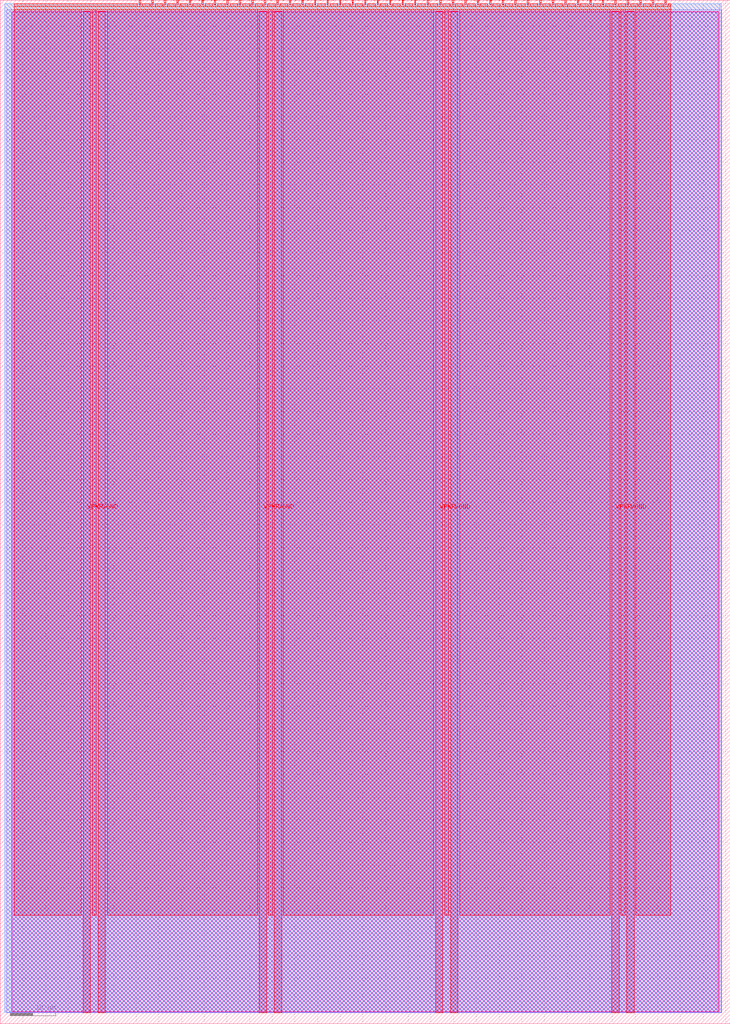
<source format=lef>
VERSION 5.7 ;
  NOWIREEXTENSIONATPIN ON ;
  DIVIDERCHAR "/" ;
  BUSBITCHARS "[]" ;
MACRO tt_um_SummerTT_HDL
  CLASS BLOCK ;
  FOREIGN tt_um_SummerTT_HDL ;
  ORIGIN 0.000 0.000 ;
  SIZE 161.000 BY 225.760 ;
  PIN VGND
    DIRECTION INOUT ;
    USE GROUND ;
    PORT
      LAYER met4 ;
        RECT 21.580 2.480 23.180 223.280 ;
    END
    PORT
      LAYER met4 ;
        RECT 60.450 2.480 62.050 223.280 ;
    END
    PORT
      LAYER met4 ;
        RECT 99.320 2.480 100.920 223.280 ;
    END
    PORT
      LAYER met4 ;
        RECT 138.190 2.480 139.790 223.280 ;
    END
  END VGND
  PIN VPWR
    DIRECTION INOUT ;
    USE POWER ;
    PORT
      LAYER met4 ;
        RECT 18.280 2.480 19.880 223.280 ;
    END
    PORT
      LAYER met4 ;
        RECT 57.150 2.480 58.750 223.280 ;
    END
    PORT
      LAYER met4 ;
        RECT 96.020 2.480 97.620 223.280 ;
    END
    PORT
      LAYER met4 ;
        RECT 134.890 2.480 136.490 223.280 ;
    END
  END VPWR
  PIN clk
    DIRECTION INPUT ;
    USE SIGNAL ;
    ANTENNAGATEAREA 0.852000 ;
    PORT
      LAYER met4 ;
        RECT 143.830 224.760 144.130 225.760 ;
    END
  END clk
  PIN ena
    DIRECTION INPUT ;
    USE SIGNAL ;
    PORT
      LAYER met4 ;
        RECT 146.590 224.760 146.890 225.760 ;
    END
  END ena
  PIN rst_n
    DIRECTION INPUT ;
    USE SIGNAL ;
    ANTENNAGATEAREA 0.126000 ;
    PORT
      LAYER met4 ;
        RECT 141.070 224.760 141.370 225.760 ;
    END
  END rst_n
  PIN ui_in[0]
    DIRECTION INPUT ;
    USE SIGNAL ;
    ANTENNAGATEAREA 0.196500 ;
    PORT
      LAYER met4 ;
        RECT 138.310 224.760 138.610 225.760 ;
    END
  END ui_in[0]
  PIN ui_in[1]
    DIRECTION INPUT ;
    USE SIGNAL ;
    ANTENNAGATEAREA 0.196500 ;
    PORT
      LAYER met4 ;
        RECT 135.550 224.760 135.850 225.760 ;
    END
  END ui_in[1]
  PIN ui_in[2]
    DIRECTION INPUT ;
    USE SIGNAL ;
    PORT
      LAYER met4 ;
        RECT 132.790 224.760 133.090 225.760 ;
    END
  END ui_in[2]
  PIN ui_in[3]
    DIRECTION INPUT ;
    USE SIGNAL ;
    PORT
      LAYER met4 ;
        RECT 130.030 224.760 130.330 225.760 ;
    END
  END ui_in[3]
  PIN ui_in[4]
    DIRECTION INPUT ;
    USE SIGNAL ;
    PORT
      LAYER met4 ;
        RECT 127.270 224.760 127.570 225.760 ;
    END
  END ui_in[4]
  PIN ui_in[5]
    DIRECTION INPUT ;
    USE SIGNAL ;
    PORT
      LAYER met4 ;
        RECT 124.510 224.760 124.810 225.760 ;
    END
  END ui_in[5]
  PIN ui_in[6]
    DIRECTION INPUT ;
    USE SIGNAL ;
    PORT
      LAYER met4 ;
        RECT 121.750 224.760 122.050 225.760 ;
    END
  END ui_in[6]
  PIN ui_in[7]
    DIRECTION INPUT ;
    USE SIGNAL ;
    PORT
      LAYER met4 ;
        RECT 118.990 224.760 119.290 225.760 ;
    END
  END ui_in[7]
  PIN uio_in[0]
    DIRECTION INPUT ;
    USE SIGNAL ;
    PORT
      LAYER met4 ;
        RECT 116.230 224.760 116.530 225.760 ;
    END
  END uio_in[0]
  PIN uio_in[1]
    DIRECTION INPUT ;
    USE SIGNAL ;
    PORT
      LAYER met4 ;
        RECT 113.470 224.760 113.770 225.760 ;
    END
  END uio_in[1]
  PIN uio_in[2]
    DIRECTION INPUT ;
    USE SIGNAL ;
    PORT
      LAYER met4 ;
        RECT 110.710 224.760 111.010 225.760 ;
    END
  END uio_in[2]
  PIN uio_in[3]
    DIRECTION INPUT ;
    USE SIGNAL ;
    PORT
      LAYER met4 ;
        RECT 107.950 224.760 108.250 225.760 ;
    END
  END uio_in[3]
  PIN uio_in[4]
    DIRECTION INPUT ;
    USE SIGNAL ;
    PORT
      LAYER met4 ;
        RECT 105.190 224.760 105.490 225.760 ;
    END
  END uio_in[4]
  PIN uio_in[5]
    DIRECTION INPUT ;
    USE SIGNAL ;
    PORT
      LAYER met4 ;
        RECT 102.430 224.760 102.730 225.760 ;
    END
  END uio_in[5]
  PIN uio_in[6]
    DIRECTION INPUT ;
    USE SIGNAL ;
    PORT
      LAYER met4 ;
        RECT 99.670 224.760 99.970 225.760 ;
    END
  END uio_in[6]
  PIN uio_in[7]
    DIRECTION INPUT ;
    USE SIGNAL ;
    PORT
      LAYER met4 ;
        RECT 96.910 224.760 97.210 225.760 ;
    END
  END uio_in[7]
  PIN uio_oe[0]
    DIRECTION OUTPUT ;
    USE SIGNAL ;
    PORT
      LAYER met4 ;
        RECT 49.990 224.760 50.290 225.760 ;
    END
  END uio_oe[0]
  PIN uio_oe[1]
    DIRECTION OUTPUT ;
    USE SIGNAL ;
    PORT
      LAYER met4 ;
        RECT 47.230 224.760 47.530 225.760 ;
    END
  END uio_oe[1]
  PIN uio_oe[2]
    DIRECTION OUTPUT ;
    USE SIGNAL ;
    PORT
      LAYER met4 ;
        RECT 44.470 224.760 44.770 225.760 ;
    END
  END uio_oe[2]
  PIN uio_oe[3]
    DIRECTION OUTPUT ;
    USE SIGNAL ;
    PORT
      LAYER met4 ;
        RECT 41.710 224.760 42.010 225.760 ;
    END
  END uio_oe[3]
  PIN uio_oe[4]
    DIRECTION OUTPUT ;
    USE SIGNAL ;
    PORT
      LAYER met4 ;
        RECT 38.950 224.760 39.250 225.760 ;
    END
  END uio_oe[4]
  PIN uio_oe[5]
    DIRECTION OUTPUT ;
    USE SIGNAL ;
    PORT
      LAYER met4 ;
        RECT 36.190 224.760 36.490 225.760 ;
    END
  END uio_oe[5]
  PIN uio_oe[6]
    DIRECTION OUTPUT ;
    USE SIGNAL ;
    PORT
      LAYER met4 ;
        RECT 33.430 224.760 33.730 225.760 ;
    END
  END uio_oe[6]
  PIN uio_oe[7]
    DIRECTION OUTPUT ;
    USE SIGNAL ;
    PORT
      LAYER met4 ;
        RECT 30.670 224.760 30.970 225.760 ;
    END
  END uio_oe[7]
  PIN uio_out[0]
    DIRECTION OUTPUT ;
    USE SIGNAL ;
    PORT
      LAYER met4 ;
        RECT 72.070 224.760 72.370 225.760 ;
    END
  END uio_out[0]
  PIN uio_out[1]
    DIRECTION OUTPUT ;
    USE SIGNAL ;
    PORT
      LAYER met4 ;
        RECT 69.310 224.760 69.610 225.760 ;
    END
  END uio_out[1]
  PIN uio_out[2]
    DIRECTION OUTPUT ;
    USE SIGNAL ;
    PORT
      LAYER met4 ;
        RECT 66.550 224.760 66.850 225.760 ;
    END
  END uio_out[2]
  PIN uio_out[3]
    DIRECTION OUTPUT ;
    USE SIGNAL ;
    PORT
      LAYER met4 ;
        RECT 63.790 224.760 64.090 225.760 ;
    END
  END uio_out[3]
  PIN uio_out[4]
    DIRECTION OUTPUT ;
    USE SIGNAL ;
    PORT
      LAYER met4 ;
        RECT 61.030 224.760 61.330 225.760 ;
    END
  END uio_out[4]
  PIN uio_out[5]
    DIRECTION OUTPUT ;
    USE SIGNAL ;
    PORT
      LAYER met4 ;
        RECT 58.270 224.760 58.570 225.760 ;
    END
  END uio_out[5]
  PIN uio_out[6]
    DIRECTION OUTPUT ;
    USE SIGNAL ;
    PORT
      LAYER met4 ;
        RECT 55.510 224.760 55.810 225.760 ;
    END
  END uio_out[6]
  PIN uio_out[7]
    DIRECTION OUTPUT ;
    USE SIGNAL ;
    PORT
      LAYER met4 ;
        RECT 52.750 224.760 53.050 225.760 ;
    END
  END uio_out[7]
  PIN uo_out[0]
    DIRECTION OUTPUT ;
    USE SIGNAL ;
    ANTENNADIFFAREA 0.445500 ;
    PORT
      LAYER met4 ;
        RECT 94.150 224.760 94.450 225.760 ;
    END
  END uo_out[0]
  PIN uo_out[1]
    DIRECTION OUTPUT ;
    USE SIGNAL ;
    ANTENNAGATEAREA 0.159000 ;
    ANTENNADIFFAREA 0.445500 ;
    PORT
      LAYER met4 ;
        RECT 91.390 224.760 91.690 225.760 ;
    END
  END uo_out[1]
  PIN uo_out[2]
    DIRECTION OUTPUT ;
    USE SIGNAL ;
    PORT
      LAYER met4 ;
        RECT 88.630 224.760 88.930 225.760 ;
    END
  END uo_out[2]
  PIN uo_out[3]
    DIRECTION OUTPUT ;
    USE SIGNAL ;
    ANTENNADIFFAREA 0.445500 ;
    PORT
      LAYER met4 ;
        RECT 85.870 224.760 86.170 225.760 ;
    END
  END uo_out[3]
  PIN uo_out[4]
    DIRECTION OUTPUT ;
    USE SIGNAL ;
    ANTENNADIFFAREA 0.445500 ;
    PORT
      LAYER met4 ;
        RECT 83.110 224.760 83.410 225.760 ;
    END
  END uo_out[4]
  PIN uo_out[5]
    DIRECTION OUTPUT ;
    USE SIGNAL ;
    ANTENNAGATEAREA 0.159000 ;
    ANTENNADIFFAREA 0.445500 ;
    PORT
      LAYER met4 ;
        RECT 80.350 224.760 80.650 225.760 ;
    END
  END uo_out[5]
  PIN uo_out[6]
    DIRECTION OUTPUT ;
    USE SIGNAL ;
    ANTENNADIFFAREA 0.445500 ;
    PORT
      LAYER met4 ;
        RECT 77.590 224.760 77.890 225.760 ;
    END
  END uo_out[6]
  PIN uo_out[7]
    DIRECTION OUTPUT ;
    USE SIGNAL ;
    ANTENNADIFFAREA 0.445500 ;
    PORT
      LAYER met4 ;
        RECT 74.830 224.760 75.130 225.760 ;
    END
  END uo_out[7]
  OBS
      LAYER nwell ;
        RECT 2.570 2.635 158.430 223.230 ;
      LAYER li1 ;
        RECT 2.760 2.635 158.240 223.125 ;
      LAYER met1 ;
        RECT 1.450 2.480 159.090 223.680 ;
      LAYER met2 ;
        RECT 1.010 2.535 159.060 224.925 ;
      LAYER met3 ;
        RECT 0.985 2.555 158.635 224.905 ;
      LAYER met4 ;
        RECT 3.055 224.360 30.270 224.905 ;
        RECT 31.370 224.360 33.030 224.905 ;
        RECT 34.130 224.360 35.790 224.905 ;
        RECT 36.890 224.360 38.550 224.905 ;
        RECT 39.650 224.360 41.310 224.905 ;
        RECT 42.410 224.360 44.070 224.905 ;
        RECT 45.170 224.360 46.830 224.905 ;
        RECT 47.930 224.360 49.590 224.905 ;
        RECT 50.690 224.360 52.350 224.905 ;
        RECT 53.450 224.360 55.110 224.905 ;
        RECT 56.210 224.360 57.870 224.905 ;
        RECT 58.970 224.360 60.630 224.905 ;
        RECT 61.730 224.360 63.390 224.905 ;
        RECT 64.490 224.360 66.150 224.905 ;
        RECT 67.250 224.360 68.910 224.905 ;
        RECT 70.010 224.360 71.670 224.905 ;
        RECT 72.770 224.360 74.430 224.905 ;
        RECT 75.530 224.360 77.190 224.905 ;
        RECT 78.290 224.360 79.950 224.905 ;
        RECT 81.050 224.360 82.710 224.905 ;
        RECT 83.810 224.360 85.470 224.905 ;
        RECT 86.570 224.360 88.230 224.905 ;
        RECT 89.330 224.360 90.990 224.905 ;
        RECT 92.090 224.360 93.750 224.905 ;
        RECT 94.850 224.360 96.510 224.905 ;
        RECT 97.610 224.360 99.270 224.905 ;
        RECT 100.370 224.360 102.030 224.905 ;
        RECT 103.130 224.360 104.790 224.905 ;
        RECT 105.890 224.360 107.550 224.905 ;
        RECT 108.650 224.360 110.310 224.905 ;
        RECT 111.410 224.360 113.070 224.905 ;
        RECT 114.170 224.360 115.830 224.905 ;
        RECT 116.930 224.360 118.590 224.905 ;
        RECT 119.690 224.360 121.350 224.905 ;
        RECT 122.450 224.360 124.110 224.905 ;
        RECT 125.210 224.360 126.870 224.905 ;
        RECT 127.970 224.360 129.630 224.905 ;
        RECT 130.730 224.360 132.390 224.905 ;
        RECT 133.490 224.360 135.150 224.905 ;
        RECT 136.250 224.360 137.910 224.905 ;
        RECT 139.010 224.360 140.670 224.905 ;
        RECT 141.770 224.360 143.430 224.905 ;
        RECT 144.530 224.360 146.190 224.905 ;
        RECT 147.290 224.360 147.825 224.905 ;
        RECT 3.055 223.680 147.825 224.360 ;
        RECT 3.055 23.975 17.880 223.680 ;
        RECT 20.280 23.975 21.180 223.680 ;
        RECT 23.580 23.975 56.750 223.680 ;
        RECT 59.150 23.975 60.050 223.680 ;
        RECT 62.450 23.975 95.620 223.680 ;
        RECT 98.020 23.975 98.920 223.680 ;
        RECT 101.320 23.975 134.490 223.680 ;
        RECT 136.890 23.975 137.790 223.680 ;
        RECT 140.190 23.975 147.825 223.680 ;
  END
END tt_um_SummerTT_HDL
END LIBRARY


</source>
